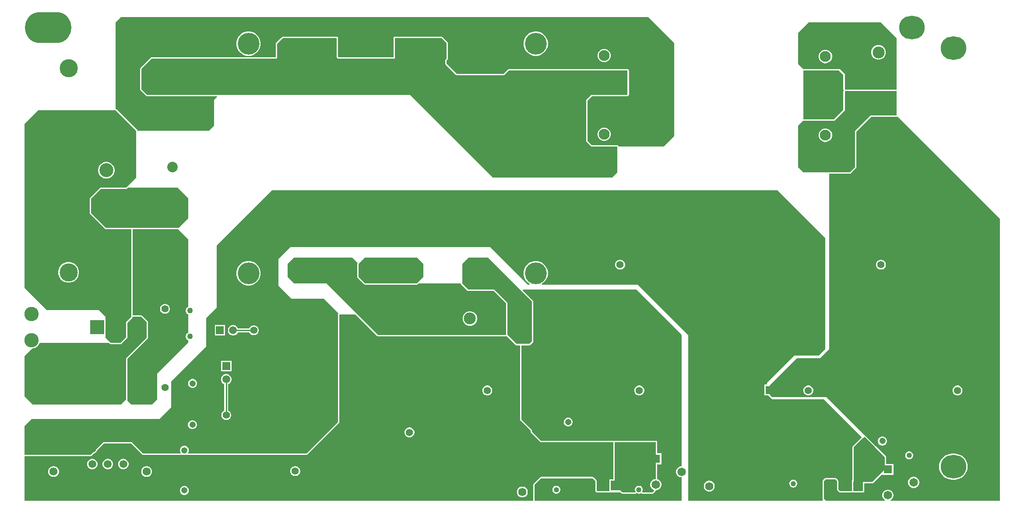
<source format=gbl>
G04*
G04 #@! TF.GenerationSoftware,Altium Limited,Altium Designer,23.3.1 (30)*
G04*
G04 Layer_Physical_Order=2*
G04 Layer_Color=16711680*
%FSLAX25Y25*%
%MOIN*%
G70*
G04*
G04 #@! TF.SameCoordinates,6D9CB1A0-9692-42E5-B266-BE6C9D8843E2*
G04*
G04*
G04 #@! TF.FilePolarity,Positive*
G04*
G01*
G75*
%ADD11C,0.01000*%
%ADD61C,0.08268*%
%ADD62R,0.08268X0.08268*%
%ADD63C,0.05543*%
%ADD64O,0.19685X0.17717*%
%ADD65C,0.06496*%
%ADD66R,0.06496X0.06496*%
%ADD67C,0.04000*%
%ADD68C,0.10630*%
%ADD69R,0.10630X0.10630*%
%ADD70C,0.13780*%
%ADD71C,0.06024*%
%ADD72C,0.09095*%
%ADD73R,0.09095X0.09095*%
%ADD74C,0.06260*%
%ADD75R,0.06260X0.06260*%
%ADD76C,0.05512*%
%ADD77R,0.05512X0.05512*%
%ADD78R,0.05512X0.05512*%
%ADD79R,0.06260X0.06260*%
%ADD80C,0.04874*%
%ADD81C,0.07323*%
%ADD82R,0.07323X0.07323*%
%ADD83C,0.04756*%
%ADD84R,0.04756X0.04756*%
%ADD85C,0.16600*%
%ADD86C,0.10500*%
%ADD87R,0.10500X0.10500*%
%ADD88R,0.09095X0.09095*%
%ADD89C,0.08858*%
%ADD90R,0.04756X0.04756*%
%ADD91C,0.10925*%
%ADD92R,0.10925X0.10925*%
%ADD94R,0.05937X0.05937*%
%ADD95C,0.05937*%
%ADD96R,0.05937X0.05937*%
%ADD97C,0.06181*%
%ADD98C,0.05925*%
%ADD99R,0.05925X0.05925*%
%ADD100R,0.07992X0.07992*%
%ADD101C,0.07992*%
%ADD102C,0.04331*%
%ADD103O,0.35433X0.23622*%
G36*
X318797Y354331D02*
X318798Y354330D01*
X318802Y354328D01*
X318963Y354261D01*
X318968Y354260D01*
X318969Y354259D01*
X318969Y354259D01*
X322693Y350536D01*
X322693Y350535D01*
X322764Y350465D01*
X322764Y350465D01*
X322765Y350459D01*
X322831Y350298D01*
X322835Y350293D01*
X322835Y350293D01*
X322835Y350193D01*
X322835Y350193D01*
Y338684D01*
X322834Y338683D01*
X322834Y338683D01*
X322831Y338678D01*
X322765Y338517D01*
X322764Y338512D01*
X322764Y338512D01*
X322763Y338511D01*
X322114Y337862D01*
Y337834D01*
X322058Y337778D01*
X322005Y337700D01*
X322005Y337700D01*
X321967Y337607D01*
X321964Y337602D01*
X321963Y337596D01*
X321896Y337435D01*
X321893Y337431D01*
X321891Y337425D01*
X321853Y337332D01*
X321835Y337239D01*
Y337139D01*
X321815Y337040D01*
Y334746D01*
X321835Y334648D01*
X321835Y334547D01*
X321853Y334454D01*
X321891Y334362D01*
X321893Y334356D01*
X321896Y334351D01*
X321962Y334190D01*
X321964Y334185D01*
X321967Y334180D01*
X322005Y334087D01*
X322058Y334008D01*
X322129Y333937D01*
X322185Y333854D01*
X329917Y326122D01*
X330000Y326066D01*
X330071Y325995D01*
X330150Y325942D01*
X330150Y325942D01*
X330243Y325904D01*
X330247Y325901D01*
X330253Y325900D01*
X330414Y325833D01*
X330419Y325830D01*
X330425Y325829D01*
X330517Y325790D01*
X330610Y325772D01*
X330711D01*
X330809Y325752D01*
X366041D01*
X366140Y325772D01*
X366240Y325772D01*
X366333Y325790D01*
X366426Y325829D01*
X366431Y325830D01*
X366436Y325833D01*
X366597Y325900D01*
X366603Y325901D01*
X366608Y325904D01*
X366701Y325942D01*
X366779Y325995D01*
X366850Y326066D01*
X366934Y326122D01*
X370501Y329689D01*
X460530D01*
X460613Y329672D01*
X460630Y329589D01*
Y311124D01*
X460613Y311040D01*
X460530Y311024D01*
X433071D01*
X429134Y307087D01*
Y306664D01*
Y276013D01*
Y275590D01*
X433071Y271654D01*
X452756D01*
Y251969D01*
X448819Y248031D01*
X358268D01*
X295276Y311024D01*
X94589D01*
X94589Y311024D01*
X94588Y311024D01*
X94584Y311027D01*
X94423Y311093D01*
X94417Y311095D01*
X94417Y311095D01*
X94417Y311095D01*
X90693Y314819D01*
X90693Y314819D01*
X90622Y314890D01*
X90622Y314890D01*
X90621Y314895D01*
X90554Y315056D01*
X90551Y315061D01*
X90551Y315061D01*
X90551Y315161D01*
X90551Y315161D01*
Y330608D01*
X90551Y330608D01*
X90552Y330609D01*
X90554Y330613D01*
X90621Y330774D01*
X90622Y330780D01*
X90622Y330780D01*
X90622Y330780D01*
X98283Y338441D01*
X98283Y338441D01*
X98354Y338512D01*
X98354Y338512D01*
X98360Y338513D01*
X98521Y338579D01*
X98526Y338583D01*
X98526Y338583D01*
X98626Y338583D01*
X98626Y338583D01*
X192913D01*
X192913Y338583D01*
X193012Y338602D01*
X193016Y338604D01*
X193060Y338613D01*
X193104Y338634D01*
X193203Y338660D01*
X193216Y338669D01*
X193216Y338669D01*
X193272Y338692D01*
X193272Y338692D01*
X193343Y338739D01*
X193348Y338741D01*
X193348Y338741D01*
X193359Y338746D01*
X193379Y338754D01*
X193392Y338763D01*
X193405Y338776D01*
X193420Y338783D01*
X193438Y338803D01*
X193603Y338913D01*
X193603Y338913D01*
X193603Y338913D01*
X193725Y339096D01*
X193753Y339124D01*
X193761Y339136D01*
X193776Y339173D01*
X193824Y339244D01*
X193847Y339300D01*
X193847Y339300D01*
X193855Y339313D01*
X193875Y339411D01*
X193913Y339504D01*
X193913Y339604D01*
X193933Y339703D01*
Y349971D01*
X197571Y353610D01*
X197571Y353610D01*
X198150Y354189D01*
X198221Y354260D01*
X198227Y354261D01*
X198388Y354328D01*
X198393Y354331D01*
X198393Y354331D01*
X198493Y354331D01*
X198493Y354331D01*
X239037D01*
X239050Y354322D01*
X239106Y354299D01*
X239130Y354243D01*
X239138Y354230D01*
X239138Y354230D01*
Y339703D01*
X239158Y339604D01*
X239158Y339504D01*
X239167Y339481D01*
X239168Y339455D01*
X239168Y339455D01*
X239201Y339387D01*
X239215Y339313D01*
X239224Y339300D01*
X239224Y339300D01*
X239247Y339244D01*
X239295Y339173D01*
X239310Y339136D01*
X239318Y339124D01*
X239331Y339111D01*
X239338Y339096D01*
X239358Y339078D01*
X239468Y338913D01*
X239468Y338913D01*
X239468Y338913D01*
X239651Y338791D01*
X239679Y338763D01*
X239691Y338754D01*
X239715Y338745D01*
X239723Y338741D01*
X239723Y338741D01*
X239728Y338739D01*
X239799Y338692D01*
X239799Y338692D01*
X239855Y338669D01*
X239855Y338669D01*
X239868Y338660D01*
X240013Y338621D01*
X240059Y338602D01*
X240158Y338583D01*
X240158Y338583D01*
X283465D01*
Y354230D01*
X283473Y354243D01*
X283473Y354243D01*
X283501Y354271D01*
X283513Y354289D01*
X283542Y354318D01*
X283553Y354322D01*
X283565Y354331D01*
X283565Y354331D01*
X318797D01*
X318797Y354331D01*
D02*
G37*
G36*
X665354Y354331D02*
Y314961D01*
X626004D01*
X625984Y315061D01*
Y326349D01*
Y326772D01*
X622047Y330709D01*
X594488D01*
X590551Y334646D01*
Y358268D01*
X598425Y366142D01*
X653543D01*
X665354Y354331D01*
D02*
G37*
G36*
X624965Y326349D02*
Y315061D01*
X624984Y314963D01*
X624984Y314862D01*
X625004Y314762D01*
X625043Y314669D01*
X625062Y314570D01*
X625118Y314487D01*
X625133Y314451D01*
X625118Y314415D01*
X625062Y314331D01*
X625043Y314233D01*
X625004Y314140D01*
X624984Y314039D01*
Y313939D01*
X624965Y313841D01*
Y299635D01*
X617688Y292358D01*
X594488D01*
Y329689D01*
X621625D01*
X624965Y326349D01*
D02*
G37*
G36*
X496063Y350394D02*
X496063Y279528D01*
X488189Y271654D01*
X453776D01*
X453698Y272044D01*
X453477Y272375D01*
X453146Y272596D01*
X452756Y272673D01*
X433493D01*
X430153Y276013D01*
Y306664D01*
X433493Y310004D01*
X460530D01*
X460628Y310024D01*
X460728D01*
X460812Y310040D01*
X460905Y310079D01*
X460920Y310082D01*
X460932Y310090D01*
X461180Y310192D01*
X461461Y310474D01*
X461564Y310721D01*
X461572Y310734D01*
X461575Y310749D01*
X461613Y310841D01*
X461630Y310925D01*
Y311026D01*
X461650Y311124D01*
Y329589D01*
X461630Y329687D01*
Y329788D01*
X461613Y329871D01*
X461575Y329964D01*
X461572Y329979D01*
X461564Y329991D01*
X461461Y330239D01*
X461180Y330520D01*
X460932Y330623D01*
X460920Y330631D01*
X460905Y330634D01*
X460812Y330672D01*
X460728Y330689D01*
X460630D01*
Y330709D01*
X370079D01*
X366284Y326914D01*
X366213Y326843D01*
X366207Y326841D01*
X366046Y326775D01*
X366041Y326772D01*
X366041Y326772D01*
X365941Y326772D01*
X365941Y326772D01*
X330809D01*
X330804Y326775D01*
X330643Y326841D01*
X330638Y326843D01*
X322977Y334504D01*
X322906Y334575D01*
X322904Y334580D01*
X322838Y334741D01*
X322835Y334746D01*
X322835Y334746D01*
X322835Y334846D01*
X322835Y334846D01*
Y337040D01*
X322838Y337045D01*
X322904Y337206D01*
X322906Y337212D01*
X323484Y337791D01*
X323488Y337796D01*
X323493Y337800D01*
X323545Y337879D01*
X323611Y337945D01*
X323611Y337945D01*
X323612Y337946D01*
X323612Y337946D01*
X323650Y338038D01*
X323706Y338121D01*
X323707Y338127D01*
X323707Y338127D01*
X323707Y338128D01*
X323710Y338133D01*
X323710Y338133D01*
X323711Y338138D01*
X323773Y338288D01*
X323774Y338289D01*
X323777Y338293D01*
X323778Y338299D01*
X323781Y338304D01*
X323781Y338304D01*
X323798Y338395D01*
X323834Y338480D01*
X323834Y338480D01*
X323834Y338482D01*
X323834Y338483D01*
X323834Y338583D01*
X323854Y338684D01*
Y350193D01*
X323854Y350193D01*
X323854Y350293D01*
X323835Y350392D01*
X323835Y350492D01*
X323830Y350503D01*
X323830Y350515D01*
X323830Y350515D01*
X323794Y350596D01*
X323777Y350683D01*
X323773Y350688D01*
X323773Y350688D01*
X323707Y350849D01*
X323707Y350849D01*
X323706Y350855D01*
X323663Y350918D01*
X323638Y350989D01*
X323638Y350989D01*
X323621Y351008D01*
X323611Y351031D01*
X323540Y351102D01*
X323485Y351186D01*
X323414Y351256D01*
X323414Y351256D01*
X323414Y351257D01*
X319690Y354980D01*
X319606Y355036D01*
X319535Y355107D01*
X319534Y355108D01*
X319445Y355145D01*
X319366Y355199D01*
X319365Y355199D01*
X319362Y355200D01*
X319359Y355201D01*
X319354Y355202D01*
X319353Y355203D01*
X319192Y355270D01*
X319192Y355270D01*
X319187Y355273D01*
X319183Y355273D01*
X319180Y355276D01*
X319180Y355276D01*
X319087Y355293D01*
X319001Y355330D01*
X319000Y355330D01*
X318998Y355330D01*
X318997Y355330D01*
X318897D01*
X318797Y355350D01*
X283565D01*
X283467Y355331D01*
X283366Y355331D01*
X283343Y355321D01*
X283318Y355320D01*
X283318Y355320D01*
X283249Y355288D01*
X283175Y355273D01*
X283162Y355264D01*
X283152Y355260D01*
X283152Y355260D01*
X283152Y355260D01*
X283081Y355213D01*
X282999Y355178D01*
X282986Y355170D01*
X282973Y355157D01*
X282958Y355150D01*
X282940Y355130D01*
X282905Y355095D01*
X282821Y355039D01*
X282821Y355039D01*
X282821Y355039D01*
X282792Y355010D01*
X282780Y354992D01*
X282752Y354964D01*
X282742Y354949D01*
X282728Y354939D01*
X282694Y354884D01*
X282665Y354855D01*
X282653Y354837D01*
X282625Y354809D01*
X282617Y354797D01*
X282578Y354704D01*
X282531Y354633D01*
X282531Y354633D01*
X282523Y354620D01*
X282519Y354602D01*
X282518Y354601D01*
X282518Y354601D01*
X282516Y354587D01*
X282503Y354522D01*
X282465Y354429D01*
X282465Y354329D01*
X282445Y354230D01*
Y339602D01*
X240616D01*
X240158Y340050D01*
Y354331D01*
X240158Y354331D01*
X240138Y354429D01*
X240136Y354433D01*
X240127Y354478D01*
X240107Y354521D01*
X240080Y354621D01*
X240072Y354633D01*
X240072Y354633D01*
X240048Y354689D01*
X240048Y354689D01*
X240001Y354760D01*
X239999Y354765D01*
X239999Y354765D01*
X239994Y354777D01*
X239986Y354797D01*
X239977Y354809D01*
X239964Y354822D01*
X239957Y354837D01*
X239937Y354855D01*
X239827Y355020D01*
X239827Y355020D01*
X239827Y355020D01*
X239644Y355142D01*
X239616Y355170D01*
X239604Y355178D01*
X239567Y355194D01*
X239496Y355241D01*
X239440Y355264D01*
X239440Y355264D01*
X239428Y355273D01*
X239329Y355292D01*
X239236Y355331D01*
X239136Y355331D01*
X239037Y355350D01*
X198493D01*
X198493Y355350D01*
X198393Y355350D01*
X198294Y355331D01*
X198193Y355331D01*
X198134Y355306D01*
X198070Y355298D01*
X198070Y355298D01*
X198038Y355280D01*
X198003Y355273D01*
X197998Y355270D01*
X197998Y355270D01*
X197837Y355203D01*
X197831Y355202D01*
X197748Y355146D01*
X197655Y355108D01*
X197584Y355037D01*
X197500Y354981D01*
X197429Y354910D01*
X197429Y354910D01*
X197429Y354910D01*
X196850Y354331D01*
X196850D01*
X192913Y350394D01*
Y339703D01*
X192905Y339690D01*
X192905Y339690D01*
X192877Y339662D01*
X192865Y339644D01*
X192839Y339618D01*
X192807Y339602D01*
X98626D01*
X98626Y339602D01*
X98526Y339602D01*
X98427Y339583D01*
X98327Y339583D01*
X98316Y339578D01*
X98304Y339578D01*
X98304Y339578D01*
X98223Y339542D01*
X98136Y339525D01*
X98131Y339522D01*
X98131Y339521D01*
X97970Y339455D01*
X97970Y339455D01*
X97964Y339454D01*
X97901Y339412D01*
X97830Y339386D01*
X97830Y339386D01*
X97811Y339369D01*
X97788Y339359D01*
X97717Y339288D01*
X97633Y339233D01*
X97562Y339162D01*
X97562Y339162D01*
X97562Y339162D01*
X89901Y331501D01*
X89898Y331495D01*
X89893Y331492D01*
X89841Y331413D01*
X89775Y331347D01*
X89775Y331346D01*
X89774Y331345D01*
X89774Y331345D01*
X89736Y331253D01*
X89680Y331170D01*
X89679Y331164D01*
X89679Y331164D01*
X89679Y331163D01*
X89676Y331158D01*
X89675Y331158D01*
X89675Y331153D01*
X89612Y331003D01*
X89612Y331002D01*
X89609Y330998D01*
X89608Y330993D01*
X89605Y330987D01*
X89605Y330987D01*
X89588Y330896D01*
X89552Y330812D01*
X89552Y330811D01*
X89552Y330809D01*
X89552Y330808D01*
X89552Y330708D01*
X89532Y330608D01*
Y315161D01*
X89532Y315161D01*
X89532Y315061D01*
X89551Y314963D01*
X89551Y314863D01*
X89556Y314852D01*
X89556Y314840D01*
X89556Y314840D01*
X89592Y314758D01*
X89609Y314671D01*
X89612Y314666D01*
X89612Y314666D01*
X89679Y314505D01*
X89679Y314505D01*
X89680Y314499D01*
X89722Y314437D01*
X89748Y314365D01*
X89748Y314365D01*
X89765Y314346D01*
X89775Y314323D01*
X89845Y314252D01*
X89901Y314169D01*
X89972Y314098D01*
X89972Y314098D01*
X89972Y314098D01*
X93696Y310374D01*
X93701Y310370D01*
X93705Y310365D01*
X93784Y310314D01*
X93850Y310247D01*
X93851Y310247D01*
X93852Y310246D01*
X93852Y310246D01*
X93944Y310208D01*
X94027Y310153D01*
X94032Y310152D01*
X94033Y310152D01*
X94034Y310151D01*
X94038Y310148D01*
X94039Y310148D01*
X94043Y310147D01*
X94194Y310085D01*
X94194Y310085D01*
X94199Y310082D01*
X94204Y310081D01*
X94209Y310077D01*
X94210Y310077D01*
X94300Y310060D01*
X94385Y310025D01*
X94386Y310024D01*
X94387Y310024D01*
X94389Y310024D01*
X94489Y310024D01*
X94589Y310004D01*
X147933D01*
X148125Y309542D01*
X145669Y307087D01*
Y287402D01*
X141732Y283465D01*
X87634D01*
X87556Y283855D01*
X87335Y284186D01*
X71587Y299934D01*
X71256Y300155D01*
X70866Y300232D01*
Y366142D01*
X74803Y370079D01*
X476378D01*
X496063Y350394D01*
D02*
G37*
G36*
X665354Y295276D02*
X645669D01*
X633858Y283465D01*
X633858Y255906D01*
X629921Y251969D01*
X594488D01*
X590551Y255906D01*
Y287402D01*
X594488Y291339D01*
X618110D01*
X625984Y299213D01*
Y313841D01*
X626004Y313941D01*
X665354D01*
Y295276D01*
D02*
G37*
G36*
X125984Y232283D02*
Y216535D01*
X118831Y209382D01*
X118500Y209603D01*
X118110Y209681D01*
X83697D01*
X83307Y209603D01*
X83187Y209524D01*
X83067Y209603D01*
X82677Y209681D01*
X63414D01*
X52201Y220895D01*
Y231861D01*
X59477Y239138D01*
X78740D01*
X79130Y239215D01*
X79461Y239437D01*
X80182Y240158D01*
X118110D01*
X125984Y232283D01*
D02*
G37*
G36*
X305118Y182087D02*
Y172244D01*
X300197Y167323D01*
X260827D01*
X255906Y172244D01*
Y182087D01*
X260827Y187008D01*
X300197D01*
X305118Y182087D01*
D02*
G37*
G36*
X255185Y182808D02*
X254963Y182477D01*
X254886Y182087D01*
Y172244D01*
X254963Y171854D01*
X255185Y171523D01*
X260106Y166602D01*
X260437Y166381D01*
X260827Y166303D01*
X300197D01*
X300587Y166381D01*
X300918Y166602D01*
X301639Y167323D01*
X333626D01*
X333704Y166933D01*
X333925Y166602D01*
X338846Y161681D01*
X339177Y161460D01*
X339567Y161382D01*
X358830D01*
X368075Y152137D01*
Y127973D01*
X367974Y127953D01*
X270770D01*
X270677Y127971D01*
X270598Y128024D01*
X254200Y144422D01*
X254200Y144422D01*
X241142Y157480D01*
X231299Y167323D01*
X206693D01*
X201772Y172244D01*
Y182087D01*
X206693Y187008D01*
X250984D01*
X255185Y182808D01*
D02*
G37*
G36*
X70859Y299194D02*
X70937Y299142D01*
X86543Y283536D01*
X86596Y283457D01*
X86614Y283364D01*
Y248031D01*
X78811Y240229D01*
X78733Y240176D01*
X78640Y240158D01*
X59055D01*
X58757Y239859D01*
D01*
X55118Y236221D01*
X51181Y232283D01*
Y231861D01*
Y220895D01*
Y220472D01*
X51480Y220174D01*
D01*
X57087Y214567D01*
X62992Y208661D01*
X82577D01*
X82677Y208641D01*
Y142752D01*
Y141833D01*
X82674Y141828D01*
X82607Y141667D01*
X82606Y141661D01*
D01*
X79039Y138094D01*
X78740Y137795D01*
Y137373D01*
Y126085D01*
Y126085D01*
X78737Y126080D01*
X78670Y125919D01*
X78669Y125913D01*
D01*
X74945Y122189D01*
X74874Y122118D01*
X74874Y122118D01*
X74868Y122117D01*
X74708Y122050D01*
X74703Y122047D01*
X74703Y122047D01*
X74602Y122047D01*
X74602Y122047D01*
X67030D01*
X67030Y122047D01*
X67030D01*
D01*
X67025Y122050D01*
X66864Y122117D01*
X66858Y122118D01*
X66858Y122118D01*
X66208Y122768D01*
X66208Y122768D01*
X62992Y125984D01*
Y127478D01*
X63300D01*
Y140403D01*
X62992D01*
Y141732D01*
X57919Y146805D01*
X18549D01*
X1529Y163825D01*
Y288931D01*
X11811Y299213D01*
X70766D01*
X70859Y299194D01*
D02*
G37*
G36*
X387795Y153543D02*
Y123031D01*
X385827Y121063D01*
X375984D01*
X369094Y127953D01*
Y152559D01*
X359252Y162402D01*
X339567D01*
X334646Y167323D01*
Y182087D01*
X339567Y187008D01*
X354331D01*
X387795Y153543D01*
D02*
G37*
G36*
X90451Y141732D02*
X90544Y141714D01*
X90622Y141661D01*
X94417Y137866D01*
X94470Y137788D01*
X94488Y137695D01*
Y126085D01*
X94470Y125992D01*
X94417Y125913D01*
X78740Y110236D01*
Y109814D01*
Y78841D01*
X78722Y78748D01*
X78669Y78669D01*
X74803Y74803D01*
X7874D01*
X1529Y81148D01*
Y111766D01*
X7241Y117478D01*
X7474D01*
X8723Y117726D01*
X9899Y118213D01*
X10957Y118920D01*
X11857Y119821D01*
X12565Y120879D01*
X13048Y122047D01*
X65487D01*
X66137Y121397D01*
X66221Y121342D01*
X66292Y121271D01*
X66370Y121218D01*
X66370Y121218D01*
X66463Y121179D01*
X66468Y121176D01*
X66474Y121175D01*
X66635Y121108D01*
X66639Y121105D01*
X66645Y121104D01*
X66738Y121066D01*
X66831Y121047D01*
X66931D01*
X67030Y121028D01*
X74703D01*
X74801Y121047D01*
X74902Y121047D01*
X74994Y121066D01*
X75087Y121104D01*
X75093Y121105D01*
X75098Y121108D01*
X75259Y121175D01*
X75264Y121176D01*
X75269Y121179D01*
X75362Y121218D01*
X75441Y121271D01*
X75512Y121342D01*
X75595Y121397D01*
X79390Y125192D01*
X79446Y125276D01*
X79517Y125347D01*
X79569Y125425D01*
X79570Y125426D01*
X79608Y125518D01*
X79611Y125523D01*
X79612Y125529D01*
X79679Y125690D01*
X79682Y125695D01*
X79683Y125700D01*
X79722Y125793D01*
X79740Y125886D01*
Y125986D01*
X79760Y126085D01*
Y137373D01*
X83327Y140940D01*
X83383Y141024D01*
X83454Y141095D01*
X83506Y141174D01*
X83507Y141174D01*
X83545Y141266D01*
X83548Y141271D01*
X83549Y141277D01*
X83616Y141438D01*
X83619Y141443D01*
X83620Y141448D01*
X83659Y141541D01*
X84079Y141732D01*
X90451Y141732D01*
D02*
G37*
G36*
X125984Y200787D02*
Y149310D01*
X125434Y148993D01*
X124845Y148403D01*
X124428Y147682D01*
X124213Y146877D01*
Y146043D01*
X124428Y145238D01*
X124845Y144516D01*
X125434Y143927D01*
X125984Y143609D01*
Y129625D01*
X125434Y129308D01*
X124845Y128718D01*
X124428Y127997D01*
X124213Y127191D01*
Y126358D01*
X124428Y125553D01*
X124845Y124831D01*
X125434Y124242D01*
X125984Y123924D01*
Y122047D01*
X102362Y98425D01*
Y78740D01*
X98425Y74803D01*
X82677D01*
X79461Y78019D01*
X79682Y78350D01*
X79760Y78740D01*
Y109814D01*
X95209Y125263D01*
X95430Y125594D01*
X95508Y125984D01*
Y137795D01*
X95430Y138186D01*
X95209Y138516D01*
X91272Y142453D01*
X90941Y142674D01*
X90551Y142752D01*
X83697Y142752D01*
Y208661D01*
X118110D01*
X125984Y200787D01*
D02*
G37*
G36*
X269877Y127303D02*
X269961Y127247D01*
X270032Y127176D01*
X270110Y127123D01*
X270111Y127123D01*
X270203Y127085D01*
X270208Y127082D01*
X270214Y127081D01*
X270375Y127014D01*
X270379Y127011D01*
X270385Y127010D01*
X270478Y126971D01*
X270571Y126953D01*
X270671D01*
X270770Y126933D01*
X367974D01*
X368073Y126953D01*
X368173Y126953D01*
X368274Y126973D01*
X368367Y127011D01*
X368465Y127031D01*
X368531Y127075D01*
X375263Y120342D01*
X375594Y120121D01*
X375984Y120043D01*
X378937D01*
Y63414D01*
Y62992D01*
X379236Y62694D01*
X379236Y62694D01*
X386705Y55224D01*
X386757Y55146D01*
X386776Y55053D01*
Y54234D01*
X386795Y54136D01*
X386795Y54035D01*
X386814Y53943D01*
X386852Y53850D01*
X386853Y53844D01*
X386857Y53839D01*
X386923Y53678D01*
X386924Y53673D01*
X386928Y53668D01*
X386966Y53575D01*
X387018Y53496D01*
X387089Y53425D01*
X387145Y53342D01*
X392980Y47507D01*
X392980Y47507D01*
X393893Y46594D01*
X393977Y46538D01*
X394048Y46467D01*
X394126Y46415D01*
X394219Y46376D01*
X394224Y46373D01*
X394230Y46372D01*
X394390Y46305D01*
X394395Y46302D01*
X394401Y46301D01*
X394494Y46262D01*
X394586Y46244D01*
X394687D01*
X394785Y46224D01*
X449268Y46224D01*
X449768Y46224D01*
Y17716D01*
X446721D01*
Y8894D01*
X437430D01*
X437043Y9281D01*
Y16632D01*
X437024Y16730D01*
X437024Y16831D01*
X437005Y16924D01*
X436967Y17016D01*
X436966Y17022D01*
X436962Y17027D01*
X436896Y17188D01*
X436895Y17194D01*
X436891Y17198D01*
X436853Y17291D01*
X436800Y17370D01*
X436729Y17441D01*
X436674Y17524D01*
X434847Y19351D01*
X434764Y19407D01*
X434693Y19478D01*
X434614Y19530D01*
X434614Y19530D01*
X434521Y19568D01*
X434516Y19572D01*
X434511Y19573D01*
X434350Y19639D01*
X434345Y19643D01*
X434339Y19644D01*
X434246Y19682D01*
X434154Y19701D01*
X434053D01*
X433955Y19720D01*
X394785D01*
X394687Y19701D01*
X394586Y19701D01*
X394494Y19682D01*
X394401Y19644D01*
X394395Y19643D01*
X394390Y19639D01*
X394230Y19573D01*
X394224Y19572D01*
X394219Y19568D01*
X394126Y19530D01*
X394048Y19478D01*
X393977Y19407D01*
X393893Y19351D01*
X389114Y14571D01*
X389058Y14488D01*
X388987Y14417D01*
X388934Y14338D01*
X388934Y14338D01*
X388896Y14245D01*
X388893Y14241D01*
X388892Y14235D01*
X388825Y14074D01*
X388822Y14069D01*
X388821Y14064D01*
X388782Y13971D01*
X388764Y13878D01*
Y13778D01*
X388744Y13679D01*
Y1529D01*
X1529D01*
Y35433D01*
X52165D01*
X54232Y37500D01*
X54234Y37502D01*
X54245Y37507D01*
X54298Y37547D01*
X54359Y37573D01*
X54369Y37579D01*
X54369D01*
X54502Y37615D01*
X54631Y37650D01*
X54747Y37717D01*
X54748Y37717D01*
X55535Y38171D01*
X56273Y38909D01*
X56794Y39813D01*
X56864Y40072D01*
X56871Y40084D01*
X56871Y40084D01*
X56871Y40089D01*
X56872Y40089D01*
X56875Y40095D01*
X56897Y40147D01*
X56897Y40147D01*
X56897Y40147D01*
X56897Y40147D01*
X56897Y40147D01*
X56938Y40200D01*
X56943Y40211D01*
X58512Y41780D01*
X58512Y41780D01*
X61866Y45133D01*
X61866Y45134D01*
X61866Y45134D01*
X61866Y45134D01*
X61937Y45205D01*
X61943Y45206D01*
X62103Y45272D01*
X62108Y45275D01*
X62108Y45276D01*
X62208Y45276D01*
X62209Y45276D01*
X82471D01*
X82475Y45275D01*
X82480Y45275D01*
X82481Y45275D01*
X82484Y45274D01*
X82578Y45275D01*
X82582Y45272D01*
X82732Y45210D01*
X82735Y45210D01*
X82739Y45207D01*
X82740Y45207D01*
X82745Y45206D01*
X82745Y45206D01*
X82748Y45205D01*
X82748Y45204D01*
X82819Y45134D01*
X82819Y45134D01*
X91535Y36417D01*
X216535D01*
X241142Y61024D01*
Y127953D01*
X241142Y127953D01*
Y143500D01*
X241142Y143500D01*
Y143600D01*
X241142Y143601D01*
X241145Y143605D01*
X241147Y143611D01*
X241165Y143701D01*
Y143701D01*
X241165Y143701D01*
X253479D01*
X269877Y127303D01*
D02*
G37*
G36*
X744095Y216535D02*
Y1529D01*
X660983D01*
X660849Y2029D01*
X661367Y2328D01*
X662157Y3119D01*
X662717Y4088D01*
X663006Y5168D01*
Y6287D01*
X662717Y7367D01*
X662157Y8336D01*
X661367Y9127D01*
X660398Y9686D01*
X659317Y9976D01*
X658199D01*
X657119Y9686D01*
X656150Y9127D01*
X655359Y8336D01*
X654800Y7367D01*
X654510Y6287D01*
Y5168D01*
X654800Y4088D01*
X655359Y3119D01*
X656150Y2328D01*
X656668Y2029D01*
X656534Y1529D01*
X611660D01*
X610307Y2882D01*
X610306Y2888D01*
X610240Y3048D01*
X610236Y3053D01*
X610236Y3053D01*
X610236Y3153D01*
X610236Y3154D01*
Y16632D01*
X610240Y16637D01*
X610306Y16798D01*
X610307Y16803D01*
X611078Y17574D01*
X611150Y17646D01*
X611155Y17647D01*
X611316Y17713D01*
X611321Y17717D01*
X611321Y17717D01*
X611421Y17717D01*
X611421Y17717D01*
X618994D01*
X618999Y17713D01*
X619160Y17647D01*
X619166Y17646D01*
X619937Y16874D01*
X620008Y16803D01*
X620009Y16798D01*
X620076Y16637D01*
X620079Y16632D01*
X620079Y16632D01*
X620079Y16532D01*
X620079Y16532D01*
Y9843D01*
X622047Y7874D01*
X631890D01*
X631890Y7874D01*
X631932Y7977D01*
X640645D01*
Y14228D01*
X641145Y14728D01*
X646654Y14728D01*
X647044Y14806D01*
X647374Y15027D01*
X654048Y21701D01*
X654510Y21509D01*
Y21165D01*
X663006D01*
Y29661D01*
X657516D01*
Y34875D01*
X657496Y34973D01*
X657496Y35074D01*
X657478Y35167D01*
X657439Y35259D01*
X657438Y35265D01*
X657435Y35270D01*
X657368Y35431D01*
X657367Y35436D01*
X657364Y35441D01*
X657325Y35534D01*
X657273Y35613D01*
X657202Y35684D01*
X657146Y35767D01*
X656496Y36417D01*
Y36417D01*
X649606Y43307D01*
X612205Y80709D01*
X570866D01*
X568898Y82677D01*
Y89567D01*
X589567Y110236D01*
X607283D01*
X614173Y117126D01*
X614173Y250949D01*
X629921D01*
X630311Y251027D01*
X630642Y251248D01*
X634579Y255185D01*
X634800Y255515D01*
X634878Y255906D01*
X634878Y283042D01*
X646092Y294256D01*
X665354D01*
X665744Y294334D01*
X666075Y294555D01*
X744095Y216535D01*
D02*
G37*
G36*
X648885Y42586D02*
X655775Y35696D01*
X656425Y35046D01*
X656478Y34968D01*
X656496Y34875D01*
Y29661D01*
Y25591D01*
X646654Y15748D01*
X640645Y15748D01*
X640645Y15748D01*
X632874Y15748D01*
Y42222D01*
Y42222D01*
X632877Y42227D01*
X632944Y42388D01*
X632945Y42394D01*
D01*
D01*
X639764Y49213D01*
X639764Y49213D01*
X641011Y50460D01*
X648885Y42586D01*
D02*
G37*
G36*
X611221Y201772D02*
Y117126D01*
X606299Y112205D01*
X587598D01*
X566929Y91535D01*
Y90177D01*
X564823D01*
Y81917D01*
X567689D01*
X570866Y78740D01*
X610236Y78740D01*
X638689Y50287D01*
X639043Y49934D01*
X632224Y43115D01*
X632168Y43031D01*
X632097Y42960D01*
X632045Y42882D01*
X632045Y42882D01*
X632006Y42789D01*
X632003Y42784D01*
X632002Y42778D01*
X631935Y42617D01*
X631932Y42613D01*
X631931Y42607D01*
X631892Y42514D01*
X631874Y42421D01*
Y42321D01*
X631854Y42222D01*
Y17300D01*
X631322D01*
Y8894D01*
X622470D01*
X621098Y10265D01*
Y16632D01*
X621079Y16730D01*
X621079Y16831D01*
X621060Y16924D01*
X621022Y17016D01*
X621021Y17022D01*
X621018Y17027D01*
X620951Y17188D01*
X620950Y17194D01*
X620947Y17198D01*
X620908Y17291D01*
X620856Y17370D01*
X620785Y17441D01*
X620729Y17524D01*
X619886Y18367D01*
X619803Y18422D01*
X619732Y18493D01*
X619653Y18546D01*
X619653Y18546D01*
X619560Y18584D01*
X619556Y18587D01*
X619550Y18589D01*
X619389Y18655D01*
X619384Y18658D01*
X619379Y18660D01*
X619286Y18698D01*
X619193Y18717D01*
X619093D01*
X618994Y18736D01*
X611321D01*
X611222Y18717D01*
X611122Y18717D01*
X611029Y18698D01*
X610936Y18660D01*
X610931Y18658D01*
X610926Y18655D01*
X610765Y18589D01*
X610759Y18587D01*
X610754Y18584D01*
X610662Y18546D01*
X610583Y18493D01*
X610512Y18422D01*
X610428Y18367D01*
X609586Y17524D01*
X609530Y17441D01*
X609459Y17370D01*
X609407Y17291D01*
X609407Y17291D01*
X609369Y17198D01*
X609365Y17194D01*
X609364Y17188D01*
X609298Y17027D01*
X609294Y17022D01*
X609293Y17016D01*
X609255Y16924D01*
X609236Y16831D01*
Y16730D01*
X609217Y16632D01*
Y3053D01*
X609236Y2955D01*
X609236Y2854D01*
X609255Y2761D01*
X609293Y2669D01*
X609294Y2663D01*
X609298Y2658D01*
X609364Y2497D01*
X609365Y2492D01*
X609369Y2487D01*
X609407Y2394D01*
X609407Y2394D01*
X609245Y1961D01*
X608813Y1529D01*
X506890D01*
Y127953D01*
X468504Y166339D01*
X395440Y166339D01*
X395288Y166839D01*
X396627Y167733D01*
X397922Y169028D01*
X398940Y170552D01*
X399641Y172244D01*
X399998Y174041D01*
Y175873D01*
X399641Y177669D01*
X398940Y179362D01*
X397922Y180885D01*
X396627Y182181D01*
X395104Y183198D01*
X393411Y183899D01*
X391614Y184257D01*
X389783D01*
X387986Y183899D01*
X386293Y183198D01*
X384770Y182181D01*
X383475Y180885D01*
X382457Y179362D01*
X381756Y177669D01*
X381398Y175873D01*
Y174041D01*
X381756Y172244D01*
X382457Y170552D01*
X383475Y169028D01*
X384770Y167733D01*
X386108Y166839D01*
X385957Y166339D01*
X384842D01*
X356299Y194882D01*
X203740D01*
X194882Y186024D01*
Y165354D01*
X204724Y155512D01*
X229331D01*
X240117Y144726D01*
X240318Y144268D01*
X240310Y144249D01*
X240297Y144235D01*
X240297Y144235D01*
X240269Y144159D01*
X240223Y144091D01*
Y144091D01*
X240223Y144091D01*
X240206Y144001D01*
X240203Y143995D01*
X240203Y143995D01*
X240200Y143990D01*
X240199Y143988D01*
X240198Y143987D01*
X240198Y143986D01*
X240196Y143973D01*
X240165Y143900D01*
X240148Y143815D01*
X240142Y143800D01*
X240142Y143701D01*
X240142Y143700D01*
X240142Y143700D01*
Y143699D01*
X240122Y143600D01*
Y143500D01*
X240122Y143500D01*
Y127953D01*
X240122Y127953D01*
Y61446D01*
X216113Y37437D01*
X126040D01*
X125848Y37899D01*
X125919Y37970D01*
X126364Y38740D01*
X126594Y39599D01*
Y40489D01*
X126364Y41348D01*
X125919Y42118D01*
X125290Y42747D01*
X124520Y43192D01*
X123661Y43422D01*
X122772D01*
X121912Y43192D01*
X121142Y42747D01*
X120513Y42118D01*
X120069Y41348D01*
X119838Y40489D01*
Y39599D01*
X120069Y38740D01*
X120513Y37970D01*
X120584Y37899D01*
X120393Y37437D01*
X91958D01*
X83540Y45855D01*
X83540Y45855D01*
X83540Y45855D01*
X83469Y45926D01*
X83468Y45926D01*
X83468Y45927D01*
X83386Y45981D01*
X83317Y46051D01*
X83317Y46051D01*
X83312Y46053D01*
X83311Y46054D01*
X83311Y46054D01*
X83311Y46054D01*
X83311Y46054D01*
X83221Y46091D01*
X83138Y46147D01*
X83138Y46147D01*
X83137Y46147D01*
X83134Y46148D01*
X83129Y46149D01*
X83128Y46150D01*
X83125Y46150D01*
X83122Y46152D01*
X82972Y46214D01*
X82969Y46215D01*
X82963Y46219D01*
X82867Y46237D01*
X82777Y46275D01*
X82678Y46275D01*
X82676Y46275D01*
X82673Y46276D01*
X82669Y46276D01*
X82665Y46277D01*
X82664Y46277D01*
X82572Y46294D01*
X82482Y46294D01*
X82478Y46294D01*
X82476Y46294D01*
X82471Y46295D01*
X62209D01*
X62208Y46295D01*
X62108Y46295D01*
X62018Y46277D01*
X61926Y46279D01*
X61926Y46279D01*
X61918Y46275D01*
X61909D01*
X61816Y46237D01*
X61718Y46218D01*
X61713Y46214D01*
X61713Y46214D01*
X61553Y46148D01*
X61547Y46147D01*
X61464Y46091D01*
X61371Y46053D01*
X61300Y45982D01*
X61300Y45982D01*
X61300Y45982D01*
X61216Y45926D01*
X61146Y45855D01*
X61145Y45855D01*
X61145Y45854D01*
X61145Y45854D01*
X57791Y42500D01*
X57791Y42500D01*
X56222Y40932D01*
X56182Y40872D01*
X56176Y40868D01*
X56176Y40868D01*
X56167Y40854D01*
X56129Y40821D01*
X56088Y40768D01*
X56076Y40743D01*
X56055Y40723D01*
X56055Y40723D01*
X56049Y40707D01*
X56037Y40695D01*
X56015Y40639D01*
X55979Y40592D01*
X55972Y40562D01*
X55955Y40537D01*
X55955Y40537D01*
X55955Y40537D01*
X55933Y40486D01*
X55927Y40451D01*
X55904Y40412D01*
X55904Y40411D01*
X55904Y40407D01*
X55904Y40407D01*
X55900Y40378D01*
X55879Y40336D01*
X55844Y40206D01*
X55457Y39535D01*
X54909Y38987D01*
X54238Y38600D01*
X54105Y38564D01*
X54045Y38535D01*
X53979Y38521D01*
X53969Y38515D01*
X53908Y38489D01*
X53834Y38440D01*
X53803Y38427D01*
X53793Y38421D01*
X53793Y38421D01*
X53793Y38421D01*
X53782Y38415D01*
X53755Y38395D01*
X53676Y38355D01*
X53624Y38315D01*
X53613Y38310D01*
X53611Y38308D01*
X53567Y38258D01*
X53511Y38221D01*
X51743Y36453D01*
X1529D01*
Y58616D01*
X6890Y63976D01*
X104331D01*
X113189Y72835D01*
Y92520D01*
X139764Y119095D01*
Y140748D01*
X147638Y148622D01*
Y195866D01*
X189961Y238189D01*
X574803D01*
X611221Y201772D01*
D02*
G37*
G36*
X482283Y18040D02*
X481514D01*
X480434Y17750D01*
X479465Y17191D01*
X478674Y16400D01*
X478115Y15431D01*
X477825Y14351D01*
Y13233D01*
X478115Y12152D01*
X478674Y11184D01*
X479465Y10392D01*
X480434Y9833D01*
X480626Y9782D01*
X480756Y9299D01*
X479331Y7874D01*
X471952D01*
X471689Y8374D01*
X471960Y8844D01*
X472164Y9607D01*
Y10396D01*
X471960Y11159D01*
X471565Y11844D01*
X471006Y12402D01*
X470322Y12797D01*
X469559Y13002D01*
X468770D01*
X468007Y12797D01*
X467322Y12402D01*
X466764Y11844D01*
X466369Y11159D01*
X466164Y10396D01*
Y9607D01*
X466369Y8844D01*
X466640Y8374D01*
X466377Y7874D01*
X456693D01*
X450787Y13780D01*
Y46224D01*
X482283D01*
Y18040D01*
D02*
G37*
G36*
X501968Y127953D02*
Y27882D01*
X501199D01*
X500119Y27593D01*
X499150Y27034D01*
X498359Y26243D01*
X497800Y25274D01*
X497510Y24194D01*
Y23075D01*
X497800Y21995D01*
X498359Y21026D01*
X499150Y20235D01*
X500119Y19676D01*
X501199Y19386D01*
X501968D01*
Y1529D01*
X389764D01*
Y13679D01*
X389782Y13772D01*
X389835Y13850D01*
X394614Y18630D01*
X394693Y18682D01*
X394785Y18701D01*
X433955D01*
X434048Y18682D01*
X434126Y18630D01*
X435953Y16803D01*
X436005Y16725D01*
X436024Y16632D01*
Y8858D01*
X437008Y7874D01*
X455251D01*
X455972Y7153D01*
X456303Y6932D01*
X456693Y6854D01*
X466377D01*
X466527Y6884D01*
X466680Y6900D01*
X466721Y6923D01*
X466767Y6932D01*
X466895Y7017D01*
X467029Y7090D01*
X467059Y7127D01*
X467098Y7153D01*
X467183Y7280D01*
X467279Y7400D01*
X467541Y7475D01*
X468007Y7206D01*
X468770Y7001D01*
X469559D01*
X470322Y7206D01*
X470788Y7475D01*
X471049Y7400D01*
X471146Y7280D01*
X471231Y7153D01*
X471270Y7127D01*
X471300Y7090D01*
X471434Y7017D01*
X471562Y6932D01*
X471608Y6923D01*
X471649Y6900D01*
X471802Y6884D01*
X471952Y6854D01*
X479331D01*
X479721Y6932D01*
X480052Y7153D01*
X481476Y8578D01*
X481551Y8689D01*
X481638Y8789D01*
X481660Y8853D01*
X481697Y8909D01*
X481723Y9039D01*
X481766Y9166D01*
X482014Y9428D01*
X482228Y9544D01*
X482633D01*
X483713Y9833D01*
X484682Y10392D01*
X485473Y11184D01*
X486032Y12152D01*
X486321Y13233D01*
Y14351D01*
X486032Y15431D01*
X485473Y16400D01*
X484682Y17191D01*
X483713Y17750D01*
X483269Y17869D01*
X483303Y18040D01*
Y29229D01*
X486321D01*
Y37725D01*
X483303D01*
Y46224D01*
X483225Y46615D01*
X483004Y46945D01*
X482674Y47166D01*
X482283Y47244D01*
X394785Y47244D01*
X394693Y47262D01*
X394614Y47315D01*
X393701Y48228D01*
X393701Y48228D01*
X387866Y54063D01*
X387814Y54141D01*
X387795Y54234D01*
Y55153D01*
X387718Y55544D01*
X387497Y55874D01*
X379957Y63414D01*
Y120043D01*
X385827D01*
X386217Y120121D01*
X386548Y120342D01*
X388516Y122310D01*
X388737Y122641D01*
X388815Y123031D01*
Y153543D01*
X388737Y153934D01*
X388516Y154264D01*
X380841Y161940D01*
X381032Y162402D01*
X467520Y162402D01*
X501968Y127953D01*
D02*
G37*
%LPC*%
G36*
X652400Y348840D02*
X650939D01*
X649528Y348462D01*
X648264Y347732D01*
X647231Y346699D01*
X646500Y345434D01*
X646122Y344023D01*
Y342563D01*
X646500Y341152D01*
X647231Y339887D01*
X648264Y338854D01*
X649528Y338124D01*
X650939Y337746D01*
X652400D01*
X653811Y338124D01*
X655076Y338854D01*
X656109Y339887D01*
X656839Y341152D01*
X657217Y342563D01*
Y344023D01*
X656839Y345434D01*
X656109Y346699D01*
X655076Y347732D01*
X653811Y348462D01*
X652400Y348840D01*
D02*
G37*
G36*
X611873Y345315D02*
X610521D01*
X609216Y344965D01*
X608045Y344289D01*
X607089Y343333D01*
X606413Y342163D01*
X606063Y340857D01*
Y339505D01*
X606413Y338199D01*
X607089Y337029D01*
X608045Y336073D01*
X609216Y335397D01*
X610521Y335047D01*
X611873D01*
X613179Y335397D01*
X614349Y336073D01*
X615305Y337029D01*
X615981Y338199D01*
X616331Y339505D01*
Y340857D01*
X615981Y342163D01*
X615305Y343333D01*
X614349Y344289D01*
X613179Y344965D01*
X611873Y345315D01*
D02*
G37*
G36*
X391614Y359257D02*
X389783D01*
X387986Y358899D01*
X386293Y358198D01*
X384770Y357181D01*
X383475Y355885D01*
X382457Y354362D01*
X381756Y352669D01*
X381398Y350873D01*
Y349041D01*
X381756Y347244D01*
X382457Y345551D01*
X383475Y344028D01*
X384770Y342733D01*
X386293Y341715D01*
X387986Y341014D01*
X389783Y340657D01*
X391614D01*
X393411Y341014D01*
X395104Y341715D01*
X396627Y342733D01*
X397922Y344028D01*
X398940Y345551D01*
X399641Y347244D01*
X399998Y349041D01*
Y350873D01*
X399641Y352669D01*
X398940Y354362D01*
X397922Y355885D01*
X396627Y357181D01*
X395104Y358198D01*
X393411Y358899D01*
X391614Y359257D01*
D02*
G37*
G36*
X172914D02*
X171082D01*
X169286Y358899D01*
X167593Y358198D01*
X166070Y357181D01*
X164775Y355885D01*
X163757Y354362D01*
X163056Y352669D01*
X162698Y350873D01*
Y349041D01*
X163056Y347244D01*
X163757Y345551D01*
X164775Y344028D01*
X166070Y342733D01*
X167593Y341715D01*
X169286Y341014D01*
X171082Y340657D01*
X172914D01*
X174711Y341014D01*
X176404Y341715D01*
X177927Y342733D01*
X179222Y344028D01*
X180240Y345551D01*
X180941Y347244D01*
X181298Y349041D01*
Y350873D01*
X180941Y352669D01*
X180240Y354362D01*
X179222Y355885D01*
X177927Y357181D01*
X176404Y358198D01*
X174711Y358899D01*
X172914Y359257D01*
D02*
G37*
G36*
X443485Y346025D02*
X442134D01*
X440828Y345676D01*
X439657Y345000D01*
X438701Y344044D01*
X438026Y342873D01*
X437676Y341567D01*
Y340216D01*
X438026Y338910D01*
X438701Y337739D01*
X439657Y336784D01*
X440828Y336108D01*
X442134Y335758D01*
X443485D01*
X444791Y336108D01*
X445962Y336784D01*
X446918Y337739D01*
X447593Y338910D01*
X447943Y340216D01*
Y341567D01*
X447593Y342873D01*
X446918Y344044D01*
X445962Y345000D01*
X444791Y345676D01*
X443485Y346025D01*
D02*
G37*
G36*
Y286025D02*
X442134D01*
X440828Y285676D01*
X439657Y285000D01*
X438701Y284044D01*
X438026Y282873D01*
X437676Y281568D01*
Y280216D01*
X438026Y278910D01*
X438701Y277739D01*
X439657Y276783D01*
X440828Y276108D01*
X442134Y275758D01*
X443485D01*
X444791Y276108D01*
X445962Y276783D01*
X446918Y277739D01*
X447593Y278910D01*
X447943Y280216D01*
Y281568D01*
X447593Y282873D01*
X446918Y284044D01*
X445962Y285000D01*
X444791Y285676D01*
X443485Y286025D01*
D02*
G37*
G36*
X611873Y285315D02*
X610521D01*
X609216Y284965D01*
X608045Y284289D01*
X607089Y283333D01*
X606413Y282163D01*
X606063Y280857D01*
Y279505D01*
X606413Y278199D01*
X607089Y277029D01*
X608045Y276073D01*
X609216Y275397D01*
X610521Y275047D01*
X611873D01*
X613179Y275397D01*
X614349Y276073D01*
X615305Y277029D01*
X615981Y278199D01*
X616331Y279505D01*
Y280857D01*
X615981Y282163D01*
X615305Y283333D01*
X614349Y284289D01*
X613179Y284965D01*
X611873Y285315D01*
D02*
G37*
G36*
X341292Y146020D02*
X339831D01*
X338420Y145642D01*
X337155Y144912D01*
X336122Y143879D01*
X335392Y142614D01*
X335014Y141203D01*
Y139743D01*
X335392Y138332D01*
X336122Y137067D01*
X337155Y136034D01*
X338420Y135304D01*
X339831Y134926D01*
X341292D01*
X342703Y135304D01*
X343967Y136034D01*
X345000Y137067D01*
X345731Y138332D01*
X346109Y139743D01*
Y141203D01*
X345731Y142614D01*
X345000Y143879D01*
X343967Y144912D01*
X342703Y145642D01*
X341292Y146020D01*
D02*
G37*
G36*
X64351Y259720D02*
X63107D01*
X61887Y259477D01*
X60738Y259001D01*
X59703Y258310D01*
X58824Y257431D01*
X58133Y256396D01*
X57657Y255247D01*
X57414Y254027D01*
Y252783D01*
X57657Y251563D01*
X58133Y250414D01*
X58824Y249379D01*
X59703Y248500D01*
X60738Y247809D01*
X61887Y247333D01*
X63107Y247090D01*
X64351D01*
X65571Y247333D01*
X66720Y247809D01*
X67755Y248500D01*
X68634Y249379D01*
X69325Y250414D01*
X69801Y251563D01*
X70044Y252783D01*
Y254027D01*
X69801Y255247D01*
X69325Y256396D01*
X68634Y257431D01*
X67755Y258310D01*
X66720Y259001D01*
X65571Y259477D01*
X64351Y259720D01*
D02*
G37*
G36*
X35766Y183539D02*
X34212D01*
X32687Y183236D01*
X31252Y182641D01*
X29959Y181778D01*
X28860Y180679D01*
X27997Y179386D01*
X27402Y177951D01*
X27099Y176426D01*
Y174872D01*
X27402Y173348D01*
X27997Y171912D01*
X28860Y170620D01*
X29959Y169521D01*
X31252Y168657D01*
X32687Y168063D01*
X34212Y167759D01*
X35766D01*
X37290Y168063D01*
X38726Y168657D01*
X40018Y169521D01*
X41117Y170620D01*
X41981Y171912D01*
X42575Y173348D01*
X42878Y174872D01*
Y176426D01*
X42575Y177951D01*
X41981Y179386D01*
X41117Y180679D01*
X40018Y181778D01*
X38726Y182641D01*
X37290Y183236D01*
X35766Y183539D01*
D02*
G37*
G36*
X108943Y151607D02*
X107950D01*
X106991Y151350D01*
X106131Y150854D01*
X105429Y150152D01*
X104932Y149292D01*
X104675Y148332D01*
Y147339D01*
X104932Y146380D01*
X105429Y145520D01*
X106131Y144818D01*
X106991Y144321D01*
X107950Y144064D01*
X108943D01*
X109903Y144321D01*
X110763Y144818D01*
X111465Y145520D01*
X111962Y146380D01*
X112219Y147339D01*
Y148332D01*
X111962Y149292D01*
X111465Y150152D01*
X110763Y150854D01*
X109903Y151350D01*
X108943Y151607D01*
D02*
G37*
G36*
X354363Y89397D02*
X353375D01*
X352419Y89141D01*
X351563Y88647D01*
X350864Y87947D01*
X350369Y87091D01*
X350113Y86136D01*
Y85146D01*
X350369Y84191D01*
X350864Y83335D01*
X351563Y82635D01*
X352419Y82141D01*
X353375Y81885D01*
X354363D01*
X355319Y82141D01*
X356175Y82635D01*
X356874Y83335D01*
X357369Y84191D01*
X357625Y85146D01*
Y86136D01*
X357369Y87091D01*
X356874Y87947D01*
X356175Y88647D01*
X355319Y89141D01*
X354363Y89397D01*
D02*
G37*
G36*
X295085Y57443D02*
X294096D01*
X293141Y57187D01*
X292285Y56693D01*
X291585Y55994D01*
X291091Y55137D01*
X290835Y54182D01*
Y53193D01*
X291091Y52238D01*
X291585Y51381D01*
X292285Y50682D01*
X293141Y50187D01*
X294096Y49931D01*
X295085D01*
X296041Y50187D01*
X296897Y50682D01*
X297596Y51381D01*
X298091Y52238D01*
X298347Y53193D01*
Y54182D01*
X298091Y55137D01*
X297596Y55994D01*
X296897Y56693D01*
X296041Y57187D01*
X295085Y57443D01*
D02*
G37*
G36*
X77245Y33494D02*
X76202D01*
X75194Y33224D01*
X74291Y32702D01*
X73553Y31964D01*
X73031Y31061D01*
X72761Y30053D01*
Y29010D01*
X73031Y28002D01*
X73553Y27098D01*
X74291Y26360D01*
X75194Y25839D01*
X76202Y25569D01*
X77245D01*
X78253Y25839D01*
X79157Y26360D01*
X79895Y27098D01*
X80416Y28002D01*
X80686Y29010D01*
Y30053D01*
X80416Y31061D01*
X79895Y31964D01*
X79157Y32702D01*
X78253Y33224D01*
X77245Y33494D01*
D02*
G37*
G36*
X65434D02*
X64391D01*
X63383Y33224D01*
X62480Y32702D01*
X61742Y31964D01*
X61220Y31061D01*
X60950Y30053D01*
Y29010D01*
X61220Y28002D01*
X61742Y27098D01*
X62480Y26360D01*
X63383Y25839D01*
X64391Y25569D01*
X65434D01*
X66442Y25839D01*
X67346Y26360D01*
X68084Y27098D01*
X68605Y28002D01*
X68875Y29010D01*
Y30053D01*
X68605Y31061D01*
X68084Y31964D01*
X67346Y32702D01*
X66442Y33224D01*
X65434Y33494D01*
D02*
G37*
G36*
X53623D02*
X52580D01*
X51572Y33224D01*
X50669Y32702D01*
X49931Y31964D01*
X49409Y31061D01*
X49139Y30053D01*
Y29010D01*
X49409Y28002D01*
X49931Y27098D01*
X50669Y26360D01*
X51572Y25839D01*
X52580Y25569D01*
X53623D01*
X54631Y25839D01*
X55535Y26360D01*
X56273Y27098D01*
X56794Y28002D01*
X57064Y29010D01*
Y30053D01*
X56794Y31061D01*
X56273Y31964D01*
X55535Y32702D01*
X54631Y33224D01*
X53623Y33494D01*
D02*
G37*
G36*
X208087Y27916D02*
X207098D01*
X206143Y27660D01*
X205286Y27165D01*
X204587Y26466D01*
X204092Y25610D01*
X203836Y24654D01*
Y23665D01*
X204092Y22710D01*
X204587Y21854D01*
X205286Y21154D01*
X206143Y20660D01*
X207098Y20404D01*
X208087D01*
X209042Y20660D01*
X209898Y21154D01*
X210598Y21854D01*
X211092Y22710D01*
X211348Y23665D01*
Y24654D01*
X211092Y25610D01*
X210598Y26466D01*
X209898Y27165D01*
X209042Y27660D01*
X208087Y27916D01*
D02*
G37*
G36*
X94979Y27913D02*
X93902D01*
X92861Y27634D01*
X91929Y27096D01*
X91167Y26334D01*
X90629Y25401D01*
X90350Y24361D01*
Y23284D01*
X90629Y22244D01*
X91167Y21311D01*
X91929Y20549D01*
X92861Y20011D01*
X93902Y19732D01*
X94979D01*
X96019Y20011D01*
X96952Y20549D01*
X97714Y21311D01*
X98252Y22244D01*
X98531Y23284D01*
Y24361D01*
X98252Y25401D01*
X97714Y26334D01*
X96952Y27096D01*
X96019Y27634D01*
X94979Y27913D01*
D02*
G37*
G36*
X24113D02*
X23036D01*
X21995Y27634D01*
X21063Y27096D01*
X20301Y26334D01*
X19762Y25401D01*
X19484Y24361D01*
Y23284D01*
X19762Y22244D01*
X20301Y21311D01*
X21063Y20549D01*
X21995Y20011D01*
X23036Y19732D01*
X24113D01*
X25153Y20011D01*
X26086Y20549D01*
X26847Y21311D01*
X27386Y22244D01*
X27665Y23284D01*
Y24361D01*
X27386Y25401D01*
X26847Y26334D01*
X26086Y27096D01*
X25153Y27634D01*
X24113Y27913D01*
D02*
G37*
G36*
X123661Y12774D02*
X122772D01*
X121912Y12544D01*
X121142Y12099D01*
X120513Y11470D01*
X120069Y10700D01*
X119838Y9841D01*
Y8951D01*
X120069Y8092D01*
X120513Y7322D01*
X121142Y6693D01*
X121912Y6248D01*
X122772Y6018D01*
X123661D01*
X124520Y6248D01*
X125290Y6693D01*
X125919Y7322D01*
X126364Y8092D01*
X126594Y8951D01*
Y9841D01*
X126364Y10700D01*
X125919Y11470D01*
X125290Y12099D01*
X124520Y12544D01*
X123661Y12774D01*
D02*
G37*
G36*
X381041Y12370D02*
X379953D01*
X378903Y12088D01*
X377961Y11545D01*
X377192Y10776D01*
X376648Y9834D01*
X376367Y8783D01*
Y7696D01*
X376648Y6646D01*
X377192Y5704D01*
X377961Y4935D01*
X378903Y4391D01*
X379953Y4110D01*
X381041D01*
X382091Y4391D01*
X383033Y4935D01*
X383802Y5704D01*
X384346Y6646D01*
X384627Y7696D01*
Y8783D01*
X384346Y9834D01*
X383802Y10776D01*
X383033Y11545D01*
X382091Y12088D01*
X381041Y12370D01*
D02*
G37*
G36*
X654038Y185253D02*
X653049D01*
X652094Y184997D01*
X651237Y184502D01*
X650538Y183803D01*
X650043Y182947D01*
X649787Y181991D01*
Y181002D01*
X650043Y180047D01*
X650538Y179191D01*
X651237Y178491D01*
X652094Y177997D01*
X653049Y177741D01*
X654038D01*
X654993Y177997D01*
X655850Y178491D01*
X656549Y179191D01*
X657043Y180047D01*
X657299Y181002D01*
Y181991D01*
X657043Y182947D01*
X656549Y183803D01*
X655850Y184502D01*
X654993Y184997D01*
X654038Y185253D01*
D02*
G37*
G36*
X712363Y89397D02*
X711374D01*
X710419Y89141D01*
X709562Y88647D01*
X708863Y87947D01*
X708369Y87091D01*
X708113Y86136D01*
Y85146D01*
X708369Y84191D01*
X708863Y83335D01*
X709562Y82635D01*
X710419Y82141D01*
X711374Y81885D01*
X712363D01*
X713318Y82141D01*
X714175Y82635D01*
X714874Y83335D01*
X715369Y84191D01*
X715625Y85146D01*
Y86136D01*
X715369Y87091D01*
X714874Y87947D01*
X714175Y88647D01*
X713318Y89141D01*
X712363Y89397D01*
D02*
G37*
G36*
X598772D02*
X597783D01*
X596828Y89141D01*
X595972Y88647D01*
X595272Y87947D01*
X594778Y87091D01*
X594522Y86136D01*
Y85146D01*
X594778Y84191D01*
X595272Y83335D01*
X595972Y82635D01*
X596828Y82141D01*
X597783Y81885D01*
X598772D01*
X599728Y82141D01*
X600584Y82635D01*
X601283Y83335D01*
X601778Y84191D01*
X602034Y85146D01*
Y86136D01*
X601778Y87091D01*
X601283Y87947D01*
X600584Y88647D01*
X599728Y89141D01*
X598772Y89397D01*
D02*
G37*
G36*
X655096Y50447D02*
X654206D01*
X653347Y50217D01*
X652577Y49772D01*
X651948Y49143D01*
X651503Y48373D01*
X651273Y47514D01*
Y46624D01*
X651503Y45765D01*
X651948Y44995D01*
X652577Y44366D01*
X653347Y43921D01*
X654206Y43691D01*
X655096D01*
X655955Y43921D01*
X656725Y44366D01*
X657354Y44995D01*
X657799Y45765D01*
X658029Y46624D01*
Y47514D01*
X657799Y48373D01*
X657354Y49143D01*
X656725Y49772D01*
X655955Y50217D01*
X655096Y50447D01*
D02*
G37*
G36*
X675367Y39170D02*
X674577D01*
X673814Y38966D01*
X673130Y38571D01*
X672572Y38012D01*
X672177Y37328D01*
X671972Y36565D01*
Y35775D01*
X672177Y35012D01*
X672572Y34328D01*
X673130Y33770D01*
X673814Y33375D01*
X674577Y33170D01*
X675367D01*
X676130Y33375D01*
X676814Y33770D01*
X677373Y34328D01*
X677768Y35012D01*
X677972Y35775D01*
Y36565D01*
X677768Y37328D01*
X677373Y38012D01*
X676814Y38571D01*
X676130Y38966D01*
X675367Y39170D01*
D02*
G37*
G36*
X709646Y37465D02*
X707677D01*
X705745Y37275D01*
X703886Y36711D01*
X702174Y35796D01*
X700673Y34564D01*
X699441Y33062D01*
X698525Y31350D01*
X697962Y29492D01*
X697771Y27559D01*
X697962Y25627D01*
X698525Y23768D01*
X699441Y22056D01*
X700673Y20554D01*
X702174Y19323D01*
X703886Y18407D01*
X705745Y17843D01*
X707677Y17653D01*
X709646D01*
X711578Y17843D01*
X713437Y18407D01*
X715149Y19323D01*
X716650Y20554D01*
X717882Y22056D01*
X718798Y23768D01*
X719361Y25627D01*
X719552Y27559D01*
X719361Y29492D01*
X718798Y31350D01*
X717882Y33062D01*
X716650Y34564D01*
X715149Y35796D01*
X713437Y36711D01*
X711578Y37275D01*
X709646Y37465D01*
D02*
G37*
G36*
X679003Y19818D02*
X677884D01*
X676804Y19529D01*
X675835Y18969D01*
X675044Y18178D01*
X674485Y17210D01*
X674195Y16129D01*
Y15011D01*
X674485Y13930D01*
X675044Y12962D01*
X675835Y12171D01*
X676804Y11611D01*
X677884Y11322D01*
X679003D01*
X680083Y11611D01*
X681052Y12171D01*
X681843Y12962D01*
X682402Y13930D01*
X682691Y15011D01*
Y16129D01*
X682402Y17210D01*
X681843Y18178D01*
X681052Y18969D01*
X680083Y19529D01*
X679003Y19818D01*
D02*
G37*
G36*
X455443Y185253D02*
X454454D01*
X453499Y184997D01*
X452643Y184502D01*
X451943Y183803D01*
X451449Y182947D01*
X451193Y181991D01*
Y181002D01*
X451449Y180047D01*
X451943Y179191D01*
X452643Y178491D01*
X453499Y177997D01*
X454454Y177741D01*
X455443D01*
X456398Y177997D01*
X457255Y178491D01*
X457954Y179191D01*
X458449Y180047D01*
X458705Y181002D01*
Y181991D01*
X458449Y182947D01*
X457954Y183803D01*
X457255Y184502D01*
X456398Y184997D01*
X455443Y185253D01*
D02*
G37*
G36*
X172914Y184257D02*
X171082D01*
X169286Y183899D01*
X167593Y183198D01*
X166070Y182181D01*
X164775Y180885D01*
X163757Y179362D01*
X163056Y177669D01*
X162698Y175873D01*
Y174041D01*
X163056Y172244D01*
X163757Y170552D01*
X164775Y169028D01*
X166070Y167733D01*
X167593Y166715D01*
X169286Y166014D01*
X171082Y165657D01*
X172914D01*
X174711Y166014D01*
X176404Y166715D01*
X177927Y167733D01*
X179222Y169028D01*
X180240Y170552D01*
X180941Y172244D01*
X181298Y174041D01*
Y175873D01*
X180941Y177669D01*
X180240Y179362D01*
X179222Y180885D01*
X177927Y182181D01*
X176404Y183198D01*
X174711Y183899D01*
X172914Y184257D01*
D02*
G37*
G36*
X160813Y135384D02*
X159768D01*
X158759Y135114D01*
X157854Y134591D01*
X157115Y133853D01*
X156592Y132948D01*
X156322Y131938D01*
Y130893D01*
X156592Y129884D01*
X157115Y128979D01*
X157854Y128240D01*
X158759Y127718D01*
X159768Y127447D01*
X160813D01*
X161822Y127718D01*
X162727Y128240D01*
X163466Y128979D01*
X163988Y129884D01*
X164003Y129940D01*
X172554D01*
X172978Y129206D01*
X173680Y128504D01*
X174540Y128008D01*
X175499Y127751D01*
X176492D01*
X177451Y128008D01*
X178312Y128504D01*
X179014Y129206D01*
X179510Y130067D01*
X179767Y131026D01*
Y132019D01*
X179510Y132978D01*
X179014Y133838D01*
X178312Y134540D01*
X177451Y135037D01*
X176492Y135294D01*
X175499D01*
X174540Y135037D01*
X173680Y134540D01*
X172978Y133838D01*
X172493Y132998D01*
X163959D01*
X163466Y133853D01*
X162727Y134591D01*
X161822Y135114D01*
X160813Y135384D01*
D02*
G37*
G36*
X154259D02*
X146322D01*
Y127447D01*
X154259D01*
Y135384D01*
D02*
G37*
G36*
X159017Y108063D02*
X151080D01*
Y100126D01*
X159017D01*
Y108063D01*
D02*
G37*
G36*
X129851Y94383D02*
X128961D01*
X128102Y94152D01*
X127332Y93708D01*
X126703Y93079D01*
X126258Y92309D01*
X126028Y91449D01*
Y90560D01*
X126258Y89701D01*
X126703Y88931D01*
X127332Y88302D01*
X128102Y87857D01*
X128961Y87627D01*
X129851D01*
X130710Y87857D01*
X131480Y88302D01*
X132109Y88931D01*
X132554Y89701D01*
X132784Y90560D01*
Y91449D01*
X132554Y92309D01*
X132109Y93079D01*
X131480Y93708D01*
X130710Y94152D01*
X129851Y94383D01*
D02*
G37*
G36*
X155571Y98063D02*
X154526D01*
X153516Y97792D01*
X152611Y97270D01*
X151873Y96531D01*
X151350Y95626D01*
X151080Y94617D01*
Y93572D01*
X151350Y92562D01*
X151873Y91657D01*
X152611Y90918D01*
X153516Y90396D01*
X153545Y90388D01*
Y70303D01*
X152786Y69864D01*
X152083Y69162D01*
X151587Y68302D01*
X151330Y67343D01*
Y66350D01*
X151587Y65391D01*
X152083Y64531D01*
X152786Y63828D01*
X153646Y63332D01*
X154605Y63075D01*
X155598D01*
X156557Y63332D01*
X157417Y63828D01*
X158119Y64531D01*
X158616Y65391D01*
X158873Y66350D01*
Y67343D01*
X158616Y68302D01*
X158119Y69162D01*
X157417Y69864D01*
X156604Y70334D01*
Y90410D01*
X157485Y90918D01*
X158224Y91657D01*
X158746Y92562D01*
X159017Y93572D01*
Y94617D01*
X158746Y95626D01*
X158224Y96531D01*
X157485Y97270D01*
X156580Y97792D01*
X155571Y98063D01*
D02*
G37*
G36*
X129771Y62915D02*
X128882D01*
X128023Y62685D01*
X127252Y62240D01*
X126623Y61611D01*
X126179Y60841D01*
X125949Y59982D01*
Y59093D01*
X126179Y58233D01*
X126623Y57463D01*
X127252Y56834D01*
X128023Y56390D01*
X128882Y56159D01*
X129771D01*
X130630Y56390D01*
X131401Y56834D01*
X132030Y57463D01*
X132474Y58233D01*
X132704Y59093D01*
Y59982D01*
X132474Y60841D01*
X132030Y61611D01*
X131401Y62240D01*
X130630Y62685D01*
X129771Y62915D01*
D02*
G37*
G36*
X587191Y17633D02*
X586402D01*
X585639Y17429D01*
X584955Y17034D01*
X584396Y16475D01*
X584001Y15791D01*
X583797Y15028D01*
Y14238D01*
X584001Y13475D01*
X584396Y12791D01*
X584955Y12233D01*
X585639Y11838D01*
X586402Y11633D01*
X587191D01*
X587955Y11838D01*
X588639Y12233D01*
X589197Y12791D01*
X589592Y13475D01*
X589797Y14238D01*
Y15028D01*
X589592Y15791D01*
X589197Y16475D01*
X588639Y17034D01*
X587955Y17429D01*
X587191Y17633D01*
D02*
G37*
G36*
X523339Y16826D02*
X522252D01*
X521201Y16544D01*
X520259Y16001D01*
X519490Y15232D01*
X518947Y14290D01*
X518665Y13240D01*
Y12152D01*
X518947Y11102D01*
X519490Y10160D01*
X520259Y9391D01*
X521201Y8847D01*
X522252Y8566D01*
X523339D01*
X524389Y8847D01*
X525331Y9391D01*
X526100Y10160D01*
X526644Y11102D01*
X526925Y12152D01*
Y13240D01*
X526644Y14290D01*
X526100Y15232D01*
X525331Y16001D01*
X524389Y16544D01*
X523339Y16826D01*
D02*
G37*
G36*
X470061Y89397D02*
X469072D01*
X468116Y89141D01*
X467260Y88647D01*
X466561Y87947D01*
X466066Y87091D01*
X465810Y86136D01*
Y85146D01*
X466066Y84191D01*
X466561Y83335D01*
X467260Y82635D01*
X468116Y82141D01*
X469072Y81885D01*
X470061D01*
X471016Y82141D01*
X471872Y82635D01*
X472572Y83335D01*
X473066Y84191D01*
X473322Y85146D01*
Y86136D01*
X473066Y87091D01*
X472572Y87947D01*
X471872Y88647D01*
X471016Y89141D01*
X470061Y89397D01*
D02*
G37*
G36*
X415868Y64974D02*
X414979D01*
X414120Y64744D01*
X413350Y64299D01*
X412721Y63670D01*
X412276Y62900D01*
X412046Y62041D01*
Y61151D01*
X412276Y60292D01*
X412721Y59522D01*
X413350Y58893D01*
X414120Y58448D01*
X414979Y58218D01*
X415868D01*
X416728Y58448D01*
X417498Y58893D01*
X418127Y59522D01*
X418572Y60292D01*
X418802Y61151D01*
Y62041D01*
X418572Y62900D01*
X418127Y63670D01*
X417498Y64299D01*
X416728Y64744D01*
X415868Y64974D01*
D02*
G37*
G36*
X406815Y13002D02*
X406026D01*
X405263Y12797D01*
X404578Y12402D01*
X404020Y11844D01*
X403625Y11159D01*
X403421Y10396D01*
Y9607D01*
X403625Y8844D01*
X404020Y8160D01*
X404578Y7601D01*
X405263Y7206D01*
X406026Y7001D01*
X406815D01*
X407579Y7206D01*
X408263Y7601D01*
X408821Y8160D01*
X409216Y8844D01*
X409421Y9607D01*
Y10396D01*
X409216Y11159D01*
X408821Y11844D01*
X408263Y12402D01*
X407579Y12797D01*
X406815Y13002D01*
D02*
G37*
%LPD*%
D11*
X155075Y66873D02*
Y94068D01*
X155048Y94094D02*
X155075Y94068D01*
Y66873D02*
X155101Y66846D01*
X160344Y131469D02*
X175942D01*
X160291Y131416D02*
X160344Y131469D01*
X175942D02*
X175996Y131522D01*
D61*
X442810Y360892D02*
D03*
Y340892D02*
D03*
Y320892D02*
D03*
Y300892D02*
D03*
Y280892D02*
D03*
X611197Y260181D02*
D03*
Y280181D02*
D03*
Y300181D02*
D03*
Y320181D02*
D03*
Y340181D02*
D03*
D62*
X442810Y260892D02*
D03*
X611197Y360181D02*
D03*
D63*
X175996Y131522D02*
D03*
X235838D02*
D03*
X108447Y87993D02*
D03*
Y147836D02*
D03*
X155101Y66846D02*
D03*
Y7004D02*
D03*
D64*
X708661Y27559D02*
D03*
X677165Y362205D02*
D03*
X708661Y346457D02*
D03*
D65*
X482073Y13792D02*
D03*
X501758Y23634D02*
D03*
X658758Y5728D02*
D03*
X678443Y15570D02*
D03*
D66*
X482073Y33477D02*
D03*
X658758Y25413D02*
D03*
D67*
X674972Y36170D02*
D03*
X649972D02*
D03*
X586797Y14633D02*
D03*
Y39633D02*
D03*
X406421Y10001D02*
D03*
Y35002D02*
D03*
X469165Y10001D02*
D03*
Y35002D02*
D03*
D68*
X63729Y225846D02*
D03*
Y253405D02*
D03*
D69*
Y280964D02*
D03*
D70*
X34989Y175649D02*
D03*
Y331161D02*
D03*
D71*
X380568Y127779D02*
D03*
X315013Y140926D02*
D03*
X653640Y251467D02*
D03*
X492126Y53150D02*
D03*
X8192Y53598D02*
D03*
X8192Y16462D02*
D03*
D72*
X340561Y140473D02*
D03*
X360561D02*
D03*
X380561D02*
D03*
X651670Y343293D02*
D03*
Y323293D02*
D03*
Y303293D02*
D03*
D73*
X400561Y140473D02*
D03*
D74*
X522795Y12696D02*
D03*
X637174Y39905D02*
D03*
X380497Y8240D02*
D03*
X395094Y38984D02*
D03*
X457426Y41236D02*
D03*
X568953Y55303D02*
D03*
D75*
X522795Y43440D02*
D03*
X380497Y38984D02*
D03*
X395094Y8240D02*
D03*
X568953Y86047D02*
D03*
D76*
X469566Y85641D02*
D03*
X353869D02*
D03*
X294591Y53688D02*
D03*
X207592Y24160D02*
D03*
X711869Y85641D02*
D03*
X653543Y181497D02*
D03*
X598278Y85641D02*
D03*
X454949Y181497D02*
D03*
D77*
X440039Y85641D02*
D03*
X383397D02*
D03*
X682341D02*
D03*
X627806D02*
D03*
D78*
X294591Y24160D02*
D03*
X207592Y53688D02*
D03*
X653543Y151969D02*
D03*
X454949D02*
D03*
D79*
X606429Y39905D02*
D03*
X426682Y41236D02*
D03*
D80*
X607431Y28068D02*
D03*
X636172D02*
D03*
X427071Y28410D02*
D03*
X455812D02*
D03*
D81*
X615983Y12638D02*
D03*
X625983D02*
D03*
X431383Y13055D02*
D03*
X441383D02*
D03*
D82*
X635983Y12638D02*
D03*
X451383Y13055D02*
D03*
D83*
X129406Y91005D02*
D03*
X129326Y59537D02*
D03*
X123216Y40044D02*
D03*
Y9396D02*
D03*
X654651Y47069D02*
D03*
X415424Y61596D02*
D03*
D84*
X129406Y83131D02*
D03*
X129326Y67411D02*
D03*
X123216Y32170D02*
D03*
Y17270D02*
D03*
X654651Y54943D02*
D03*
D85*
X171998Y349957D02*
D03*
Y174957D02*
D03*
X390698D02*
D03*
Y349957D02*
D03*
D86*
X212598Y178457D02*
D03*
X267598D02*
D03*
X212598Y346457D02*
D03*
X295098D02*
D03*
X267598D02*
D03*
X295098Y178457D02*
D03*
X350098D02*
D03*
D87*
Y346457D02*
D03*
D88*
X651670Y283293D02*
D03*
D89*
X92054Y92263D02*
D03*
X6070D02*
D03*
D90*
X407550Y61596D02*
D03*
D91*
X6837Y143940D02*
D03*
Y123940D02*
D03*
X86838Y133940D02*
D03*
X71838D02*
D03*
D92*
X56837D02*
D03*
D94*
X155048Y104094D02*
D03*
D95*
Y94094D02*
D03*
X160291Y131416D02*
D03*
D96*
X150291D02*
D03*
D97*
X23574Y23822D02*
D03*
X94440D02*
D03*
D98*
X76724Y29531D02*
D03*
X64913D02*
D03*
X53102D02*
D03*
X41291D02*
D03*
X76724Y41342D02*
D03*
X64913D02*
D03*
X53102D02*
D03*
D99*
X41291D02*
D03*
D100*
X114278Y195776D02*
D03*
D101*
Y225776D02*
D03*
Y255776D02*
D03*
Y295776D02*
D03*
Y325776D02*
D03*
D102*
X127378Y146460D02*
D03*
Y126775D02*
D03*
D103*
X19604Y362205D02*
D03*
M02*

</source>
